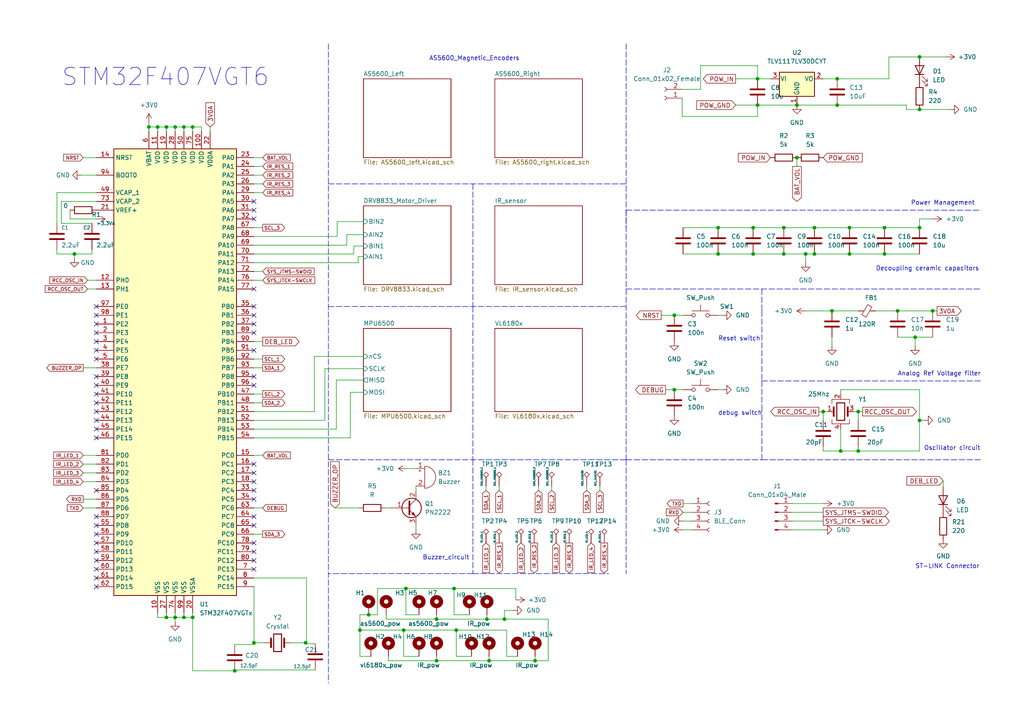
<source format=kicad_sch>
(kicad_sch (version 20211123) (generator eeschema)
  (paper "A4")
  (title_block (title "MUSHAK_PCB") (date "9 Aug 2022") (company "SRA-VJTI") (comment 1 "Designed by - Chinmay Lonkar"))
  (junction (at 126.619 179.578))
  (junction (at 266.7 16.51))
  (junction (at 68.072 194.564))
  (junction (at 55.88 36.83))
  (junction (at 195.58 113.03))
  (junction (at 132.334 182.753))
  (junction (at 73.66 186.436))
  (junction (at 117.094 182.753))
  (junction (at 219.71 30.48))
  (junction (at 242.824 22.86))
  (junction (at 260.35 90.17))
  (junction (at 265.43 97.79))
  (junction (at 266.7 31.75))
  (junction (at 218.44 73.66))
  (junction (at 208.28 73.66))
  (junction (at 106.934 178.308))
  (junction (at 48.26 179.07))
  (junction (at 117.729 170.688))
  (junction (at 246.38 66.04))
  (junction (at 218.44 66.04))
  (junction (at 231.14 30.48))
  (junction (at 241.3 90.17))
  (junction (at 246.38 73.66))
  (junction (at 242.824 30.48))
  (junction (at 50.8 36.83))
  (junction (at 219.71 22.86))
  (junction (at 55.88 179.07))
  (junction (at 50.8 179.07))
  (junction (at 236.22 66.04))
  (junction (at 231.14 45.72))
  (junction (at 243.84 130.81))
  (junction (at 146.304 179.578))
  (junction (at 270.51 90.17))
  (junction (at 131.699 170.688))
  (junction (at 236.22 73.66))
  (junction (at 266.7 121.92))
  (junction (at 248.92 130.81))
  (junction (at 227.33 73.66))
  (junction (at 208.28 66.04))
  (junction (at 256.54 73.66))
  (junction (at 88.646 186.436))
  (junction (at 48.26 36.83))
  (junction (at 227.33 66.04))
  (junction (at 141.859 191.643))
  (junction (at 126.619 191.643))
  (junction (at 104.394 182.753))
  (junction (at 256.54 66.04))
  (junction (at 21.59 73.66))
  (junction (at 53.34 179.07))
  (junction (at 141.224 179.578))
  (junction (at 238.76 119.38))
  (junction (at 43.18 36.83))
  (junction (at 233.68 73.66))
  (junction (at 248.92 119.38))
  (junction (at 195.58 91.44))
  (junction (at 155.194 191.643))
  (junction (at 53.34 36.83))
  (junction (at 266.7 66.04))
  (junction (at 45.72 36.83))
  (no_connect (at 73.66 88.9))
  (no_connect (at 73.66 91.44))
  (no_connect (at 73.66 93.98))
  (no_connect (at 73.66 96.52))
  (no_connect (at 73.66 101.6))
  (no_connect (at 73.66 58.42))
  (no_connect (at 73.66 60.96))
  (no_connect (at 73.66 63.5))
  (no_connect (at 73.66 83.82))
  (no_connect (at 73.66 109.22))
  (no_connect (at 73.66 111.76))
  (no_connect (at 73.66 149.86))
  (no_connect (at 73.66 152.4))
  (no_connect (at 73.66 134.62))
  (no_connect (at 73.66 137.16))
  (no_connect (at 73.66 139.7))
  (no_connect (at 73.66 142.24))
  (no_connect (at 73.66 144.78))
  (no_connect (at 73.66 157.48))
  (no_connect (at 73.66 160.02))
  (no_connect (at 73.66 162.56))
  (no_connect (at 73.66 165.1))
  (no_connect (at 27.94 99.06))
  (no_connect (at 27.94 101.6))
  (no_connect (at 27.94 104.14))
  (no_connect (at 27.94 88.9))
  (no_connect (at 27.94 91.44))
  (no_connect (at 27.94 93.98))
  (no_connect (at 27.94 96.52))
  (no_connect (at 27.94 142.24))
  (no_connect (at 27.94 109.22))
  (no_connect (at 27.94 111.76))
  (no_connect (at 27.94 114.3))
  (no_connect (at 27.94 116.84))
  (no_connect (at 27.94 119.38))
  (no_connect (at 27.94 121.92))
  (no_connect (at 27.94 124.46))
  (no_connect (at 27.94 127))
  (no_connect (at 27.94 149.86))
  (no_connect (at 27.94 152.4))
  (no_connect (at 27.94 154.94))
  (no_connect (at 27.94 157.48))
  (no_connect (at 27.94 160.02))
  (no_connect (at 27.94 162.56))
  (no_connect (at 27.94 165.1))
  (no_connect (at 27.94 167.64))
  (no_connect (at 27.94 170.18))
  (wire (pts (xy 155.194 191.643) (xy 155.194 190.373)))
  (wire (pts (xy 132.334 182.753) (xy 146.939 182.753)))
  (wire (pts (xy 266.7 130.81) (xy 248.92 130.81)))
  (wire (pts (xy 218.44 66.04) (xy 227.33 66.04)))
  (wire (pts (xy 219.71 33.782) (xy 219.71 30.48)))
  (wire (pts (xy 273.558 139.446) (xy 273.558 141.224)))
  (wire (pts (xy 198.12 153.67) (xy 200.66 153.67)))
  (polyline (pts (xy 95.25 88.9) (xy 181.61 88.9)))
  (wire (pts (xy 229.87 148.59) (xy 238.76 148.59)))
  (polyline (pts (xy 95.25 133.35) (xy 181.61 133.35)))
  (wire (pts (xy 43.18 35.56) (xy 43.18 36.83)))
  (wire (pts (xy 55.88 36.83) (xy 55.88 38.1)))
  (wire (pts (xy 53.34 36.83) (xy 53.34 38.1)))
  (wire (pts (xy 45.72 179.07) (xy 48.26 179.07)))
  (wire (pts (xy 24.13 144.78) (xy 27.94 144.78)))
  (wire (pts (xy 73.66 186.944) (xy 73.66 186.436)))
  (polyline (pts (xy 195.58 83.82) (xy 284.48 83.82)))
  (wire (pts (xy 106.934 178.308) (xy 109.474 178.308)))
  (polyline (pts (xy 181.61 133.35) (xy 220.98 133.35)))
  (wire (pts (xy 266.7 31.75) (xy 275.59 31.75)))
  (wire (pts (xy 73.66 53.34) (xy 76.2 53.34)))
  (wire (pts (xy 91.44 194.31) (xy 68.834 194.31)))
  (wire (pts (xy 50.8 177.8) (xy 50.8 179.07)))
  (wire (pts (xy 88.646 186.436) (xy 84.328 186.436)))
  (wire (pts (xy 213.36 30.48) (xy 219.71 30.48)))
  (wire (pts (xy 73.66 167.64) (xy 88.9 167.64)))
  (wire (pts (xy 73.66 116.84) (xy 76.2 116.84)))
  (wire (pts (xy 55.88 194.564) (xy 55.88 179.07)))
  (wire (pts (xy 262.89 31.75) (xy 266.7 31.75)))
  (wire (pts (xy 219.71 30.48) (xy 231.14 30.48)))
  (wire (pts (xy 256.54 73.66) (xy 266.7 73.66)))
  (wire (pts (xy 198.12 146.05) (xy 200.66 146.05)))
  (wire (pts (xy 43.18 36.83) (xy 43.18 38.1)))
  (wire (pts (xy 238.76 119.38) (xy 240.03 119.38)))
  (wire (pts (xy 238.76 119.38) (xy 238.76 121.92)))
  (wire (pts (xy 25.4 81.28) (xy 27.94 81.28)))
  (wire (pts (xy 159.004 191.643) (xy 155.194 191.643)))
  (wire (pts (xy 21.59 73.66) (xy 21.59 74.93)))
  (wire (pts (xy 248.92 119.38) (xy 250.19 119.38)))
  (wire (pts (xy 73.66 45.72) (xy 76.2 45.72)))
  (wire (pts (xy 17.78 58.42) (xy 17.78 64.77)))
  (wire (pts (xy 243.84 114.3) (xy 243.84 113.03)))
  (wire (pts (xy 117.729 170.688) (xy 131.699 170.688)))
  (wire (pts (xy 218.44 73.66) (xy 227.33 73.66)))
  (wire (pts (xy 243.84 124.46) (xy 243.84 130.81)))
  (wire (pts (xy 91.186 119.38) (xy 91.186 103.378)))
  (wire (pts (xy 73.66 186.436) (xy 76.708 186.436)))
  (wire (pts (xy 25.4 83.82) (xy 27.94 83.82)))
  (wire (pts (xy 104.394 190.373) (xy 104.394 182.753)))
  (wire (pts (xy 55.88 36.83) (xy 58.42 36.83)))
  (wire (pts (xy 197.866 28.448) (xy 197.866 33.782)))
  (wire (pts (xy 88.646 186.69) (xy 88.646 186.436)))
  (wire (pts (xy 58.42 36.83) (xy 58.42 38.1)))
  (wire (pts (xy 73.66 106.68) (xy 76.2 106.68)))
  (wire (pts (xy 53.34 177.8) (xy 53.34 179.07)))
  (wire (pts (xy 146.939 190.373) (xy 150.114 190.373)))
  (wire (pts (xy 233.68 90.17) (xy 241.3 90.17)))
  (wire (pts (xy 141.859 191.643) (xy 141.859 190.373)))
  (wire (pts (xy 241.3 97.79) (xy 241.3 100.33)))
  (wire (pts (xy 132.334 182.753) (xy 132.334 190.373)))
  (wire (pts (xy 73.66 48.26) (xy 76.2 48.26)))
  (wire (pts (xy 208.28 66.04) (xy 218.44 66.04)))
  (wire (pts (xy 173.99 140.97) (xy 173.99 142.24)))
  (wire (pts (xy 266.7 121.92) (xy 266.7 130.81)))
  (wire (pts (xy 73.66 154.94) (xy 76.2 154.94)))
  (wire (pts (xy 94.234 106.934) (xy 105.41 106.934)))
  (wire (pts (xy 68.834 194.31) (xy 68.834 194.564)))
  (wire (pts (xy 94.234 121.92) (xy 94.234 106.934)))
  (wire (pts (xy 203.2 25.908) (xy 203.2 19.05)))
  (wire (pts (xy 198.12 148.59) (xy 200.66 148.59)))
  (wire (pts (xy 107.569 190.373) (xy 104.394 190.373)))
  (wire (pts (xy 146.939 182.753) (xy 146.939 190.373)))
  (wire (pts (xy 231.14 45.72) (xy 231.14 48.26)))
  (wire (pts (xy 241.3 90.17) (xy 248.92 90.17)))
  (wire (pts (xy 266.7 113.03) (xy 266.7 121.92)))
  (wire (pts (xy 73.66 71.12) (xy 100.584 71.12)))
  (wire (pts (xy 141.859 191.643) (xy 155.194 191.643)))
  (wire (pts (xy 20.32 60.96) (xy 20.32 63.5)))
  (polyline (pts (xy 220.98 83.82) (xy 220.98 90.17)))
  (wire (pts (xy 24.13 137.16) (xy 27.94 137.16)))
  (wire (pts (xy 260.35 90.17) (xy 270.51 90.17)))
  (wire (pts (xy 262.89 30.48) (xy 262.89 31.75)))
  (wire (pts (xy 256.54 66.04) (xy 266.7 66.04)))
  (wire (pts (xy 48.26 36.83) (xy 48.26 38.1)))
  (wire (pts (xy 24.13 132.08) (xy 27.94 132.08)))
  (wire (pts (xy 88.9 186.436) (xy 88.646 186.436)))
  (wire (pts (xy 16.51 72.39) (xy 16.51 73.66)))
  (polyline (pts (xy 220.98 110.49) (xy 284.48 110.49)))
  (polyline (pts (xy 220.98 133.35) (xy 284.48 133.35)))
  (wire (pts (xy 101.6 113.792) (xy 105.41 113.792)))
  (wire (pts (xy 257.81 22.86) (xy 257.81 16.51)))
  (wire (pts (xy 195.58 113.03) (xy 198.12 113.03)))
  (wire (pts (xy 141.224 179.578) (xy 146.304 179.578)))
  (wire (pts (xy 149.606 170.688) (xy 149.606 173.99)))
  (wire (pts (xy 213.36 22.86) (xy 219.71 22.86)))
  (wire (pts (xy 266.7 121.92) (xy 267.97 121.92)))
  (wire (pts (xy 73.66 78.74) (xy 76.2 78.74)))
  (wire (pts (xy 141.224 179.578) (xy 141.224 178.308)))
  (wire (pts (xy 208.28 113.03) (xy 209.55 113.03)))
  (wire (pts (xy 126.619 179.578) (xy 126.619 178.308)))
  (wire (pts (xy 131.699 170.688) (xy 149.606 170.688)))
  (wire (pts (xy 243.84 113.03) (xy 266.7 113.03)))
  (wire (pts (xy 117.729 178.308) (xy 117.729 170.688)))
  (wire (pts (xy 73.66 121.92) (xy 94.234 121.92)))
  (wire (pts (xy 73.66 132.08) (xy 76.2 132.08)))
  (wire (pts (xy 104.394 178.308) (xy 104.394 182.753)))
  (wire (pts (xy 146.304 179.578) (xy 159.004 179.578)))
  (wire (pts (xy 227.33 73.66) (xy 233.68 73.66)))
  (wire (pts (xy 103.886 76.2) (xy 103.886 74.422)))
  (wire (pts (xy 109.474 178.308) (xy 109.474 170.688)))
  (wire (pts (xy 16.51 73.66) (xy 21.59 73.66)))
  (polyline (pts (xy 220.98 133.35) (xy 220.98 118.11)))
  (wire (pts (xy 140.97 140.97) (xy 140.97 142.24)))
  (wire (pts (xy 246.38 66.04) (xy 256.54 66.04)))
  (wire (pts (xy 53.34 179.07) (xy 55.88 179.07)))
  (wire (pts (xy 24.13 45.72) (xy 27.94 45.72)))
  (polyline (pts (xy 181.61 83.82) (xy 195.58 83.82)))
  (wire (pts (xy 16.51 55.88) (xy 27.94 55.88)))
  (wire (pts (xy 73.66 114.3) (xy 76.2 114.3)))
  (wire (pts (xy 17.78 64.77) (xy 26.67 64.77)))
  (wire (pts (xy 20.32 63.5) (xy 27.94 63.5)))
  (wire (pts (xy 73.66 68.58) (xy 97.79 68.58)))
  (wire (pts (xy 106.934 178.308) (xy 104.394 178.308)))
  (wire (pts (xy 126.619 179.578) (xy 141.224 179.578)))
  (wire (pts (xy 103.886 74.422) (xy 105.41 74.422)))
  (wire (pts (xy 50.8 36.83) (xy 53.34 36.83)))
  (wire (pts (xy 73.66 104.14) (xy 76.2 104.14)))
  (wire (pts (xy 91.186 103.378) (xy 105.41 103.378)))
  (wire (pts (xy 68.072 186.944) (xy 73.66 186.944)))
  (wire (pts (xy 55.88 179.07) (xy 55.88 177.8)))
  (wire (pts (xy 118.11 135.89) (xy 120.65 135.89)))
  (wire (pts (xy 50.8 179.07) (xy 53.34 179.07)))
  (wire (pts (xy 97.79 68.58) (xy 97.79 64.262)))
  (wire (pts (xy 248.92 130.81) (xy 248.92 129.54)))
  (polyline (pts (xy 181.61 60.96) (xy 284.48 60.96)))
  (wire (pts (xy 73.66 124.46) (xy 97.536 124.46)))
  (wire (pts (xy 266.7 16.51) (xy 274.32 16.51)))
  (wire (pts (xy 270.51 90.17) (xy 271.78 90.17)))
  (wire (pts (xy 24.13 147.32) (xy 27.94 147.32)))
  (wire (pts (xy 265.43 97.79) (xy 270.51 97.79)))
  (wire (pts (xy 97.536 110.236) (xy 105.41 110.236)))
  (wire (pts (xy 159.004 179.578) (xy 159.004 191.643)))
  (wire (pts (xy 102.616 71.374) (xy 105.41 71.374)))
  (wire (pts (xy 219.71 19.05) (xy 219.71 22.86)))
  (wire (pts (xy 197.866 33.782) (xy 219.71 33.782)))
  (wire (pts (xy 100.584 68.072) (xy 105.41 68.072)))
  (wire (pts (xy 16.51 55.88) (xy 16.51 64.77)))
  (wire (pts (xy 136.779 190.373) (xy 132.334 190.373)))
  (wire (pts (xy 73.66 73.66) (xy 102.616 73.66)))
  (wire (pts (xy 26.67 73.66) (xy 26.67 72.39)))
  (wire (pts (xy 23.622 50.8) (xy 27.94 50.8)))
  (wire (pts (xy 237.49 119.38) (xy 238.76 119.38)))
  (wire (pts (xy 238.76 130.81) (xy 243.84 130.81)))
  (polyline (pts (xy 181.61 83.82) (xy 181.61 133.35)))
  (wire (pts (xy 112.649 191.643) (xy 126.619 191.643)))
  (wire (pts (xy 242.824 22.86) (xy 257.81 22.86)))
  (wire (pts (xy 50.8 36.83) (xy 50.8 38.1)))
  (wire (pts (xy 73.66 50.8) (xy 76.2 50.8)))
  (wire (pts (xy 100.584 71.12) (xy 100.584 68.072)))
  (wire (pts (xy 126.619 191.643) (xy 126.619 190.373)))
  (wire (pts (xy 248.92 119.38) (xy 248.92 121.92)))
  (wire (pts (xy 203.2 19.05) (xy 219.71 19.05)))
  (wire (pts (xy 45.72 177.8) (xy 45.72 179.07)))
  (wire (pts (xy 266.7 63.5) (xy 266.7 66.04)))
  (wire (pts (xy 170.18 140.97) (xy 170.18 142.24)))
  (wire (pts (xy 48.26 177.8) (xy 48.26 179.07)))
  (wire (pts (xy 68.072 194.564) (xy 55.88 194.564)))
  (polyline (pts (xy 137.16 166.37) (xy 95.25 166.37)))
  (wire (pts (xy 112.014 178.308) (xy 112.014 179.578)))
  (wire (pts (xy 73.66 55.88) (xy 76.2 55.88)))
  (wire (pts (xy 112.649 190.373) (xy 112.649 191.643)))
  (polyline (pts (xy 137.16 88.9) (xy 137.16 133.35)))
  (wire (pts (xy 198.12 73.66) (xy 208.28 73.66)))
  (wire (pts (xy 109.474 170.688) (xy 117.729 170.688)))
  (wire (pts (xy 229.87 151.13) (xy 238.76 151.13)))
  (wire (pts (xy 73.66 99.06) (xy 76.2 99.06)))
  (polyline (pts (xy 181.61 12.7) (xy 181.61 66.04)))
  (wire (pts (xy 121.539 178.308) (xy 117.729 178.308)))
  (wire (pts (xy 148.844 177.038) (xy 146.304 177.038)))
  (wire (pts (xy 197.866 25.908) (xy 203.2 25.908)))
  (polyline (pts (xy 137.16 53.34) (xy 137.16 88.9)))
  (wire (pts (xy 260.35 97.79) (xy 265.43 97.79)))
  (wire (pts (xy 60.96 36.83) (xy 60.96 38.1)))
  (wire (pts (xy 101.6 127) (xy 101.6 113.792)))
  (wire (pts (xy 48.26 36.83) (xy 50.8 36.83)))
  (polyline (pts (xy 181.61 60.96) (xy 181.61 83.82)))
  (wire (pts (xy 97.536 124.46) (xy 97.536 110.236)))
  (wire (pts (xy 219.71 22.86) (xy 223.52 22.86)))
  (wire (pts (xy 231.14 30.48) (xy 242.824 30.48)))
  (wire (pts (xy 73.66 147.32) (xy 76.2 147.32)))
  (wire (pts (xy 43.18 36.83) (xy 45.72 36.83)))
  (wire (pts (xy 97.79 64.262) (xy 105.41 64.262)))
  (wire (pts (xy 247.65 119.38) (xy 248.92 119.38)))
  (wire (pts (xy 45.72 36.83) (xy 48.26 36.83)))
  (wire (pts (xy 208.28 91.44) (xy 209.55 91.44)))
  (wire (pts (xy 111.76 147.32) (xy 113.03 147.32)))
  (wire (pts (xy 243.84 130.81) (xy 248.92 130.81)))
  (wire (pts (xy 229.87 146.05) (xy 238.76 146.05)))
  (wire (pts (xy 265.43 97.79) (xy 265.43 100.33)))
  (wire (pts (xy 126.619 191.643) (xy 141.859 191.643)))
  (wire (pts (xy 68.834 194.564) (xy 68.072 194.564)))
  (wire (pts (xy 50.8 179.07) (xy 50.8 180.34)))
  (polyline (pts (xy 181.61 133.35) (xy 181.61 166.37)))
  (wire (pts (xy 112.014 179.578) (xy 126.619 179.578)))
  (wire (pts (xy 229.87 153.67) (xy 238.76 153.67)))
  (wire (pts (xy 131.699 178.308) (xy 136.144 178.308)))
  (polyline (pts (xy 220.98 110.49) (xy 220.98 118.11)))
  (polyline (pts (xy 137.16 133.35) (xy 137.16 166.37)))
  (polyline (pts (xy 220.98 90.17) (xy 220.98 110.49)))
  (wire (pts (xy 193.04 113.03) (xy 195.58 113.03)))
  (wire (pts (xy 21.59 73.66) (xy 26.67 73.66)))
  (wire (pts (xy 48.26 179.07) (xy 50.8 179.07)))
  (wire (pts (xy 195.58 91.44) (xy 198.12 91.44)))
  (wire (pts (xy 120.65 152.4) (xy 120.65 153.67)))
  (wire (pts (xy 270.51 63.5) (xy 266.7 63.5)))
  (wire (pts (xy 73.66 119.38) (xy 91.186 119.38)))
  (wire (pts (xy 191.77 91.44) (xy 195.58 91.44)))
  (wire (pts (xy 238.76 22.86) (xy 242.824 22.86)))
  (wire (pts (xy 17.78 58.42) (xy 27.94 58.42)))
  (wire (pts (xy 198.12 151.13) (xy 200.66 151.13)))
  (wire (pts (xy 246.38 73.66) (xy 256.54 73.66)))
  (wire (pts (xy 91.44 186.69) (xy 88.646 186.69)))
  (wire (pts (xy 208.28 73.66) (xy 218.44 73.66)))
  (wire (pts (xy 156.21 140.97) (xy 156.21 142.24)))
  (wire (pts (xy 24.13 106.68) (xy 27.94 106.68)))
  (polyline (pts (xy 95.25 12.7) (xy 95.25 198.12)))
  (wire (pts (xy 144.78 140.97) (xy 144.78 142.24)))
  (wire (pts (xy 120.65 140.97) (xy 120.65 142.24)))
  (wire (pts (xy 73.66 127) (xy 101.6 127)))
  (wire (pts (xy 73.66 170.18) (xy 73.66 186.436)))
  (wire (pts (xy 233.68 73.66) (xy 233.68 76.2)))
  (wire (pts (xy 236.22 66.04) (xy 246.38 66.04)))
  (wire (pts (xy 73.66 66.04) (xy 76.2 66.04)))
  (wire (pts (xy 160.02 140.97) (xy 160.02 142.24)))
  (wire (pts (xy 104.394 182.753) (xy 117.094 182.753)))
  (wire (pts (xy 53.34 36.83) (xy 55.88 36.83)))
  (wire (pts (xy 242.824 30.48) (xy 262.89 30.48)))
  (wire (pts (xy 238.76 129.54) (xy 238.76 130.81)))
  (polyline (pts (xy 95.25 53.34) (xy 181.61 53.34)))
  (wire (pts (xy 102.616 73.66) (xy 102.616 71.374)))
  (wire (pts (xy 24.13 134.62) (xy 27.94 134.62)))
  (wire (pts (xy 117.094 190.373) (xy 117.094 182.753)))
  (wire (pts (xy 97.155 147.32) (xy 104.14 147.32)))
  (wire (pts (xy 117.094 182.753) (xy 132.334 182.753)))
  (wire (pts (xy 227.33 66.04) (xy 236.22 66.04)))
  (wire (pts (xy 88.9 167.64) (xy 88.9 186.436)))
  (wire (pts (xy 257.81 16.51) (xy 266.7 16.51)))
  (wire (pts (xy 233.68 73.66) (xy 236.22 73.66)))
  (polyline (pts (xy 137.16 166.37) (xy 176.53 166.37)))
  (wire (pts (xy 121.539 190.373) (xy 117.094 190.373)))
  (wire (pts (xy 73.66 76.2) (xy 103.886 76.2)))
  (wire (pts (xy 45.72 36.83) (xy 45.72 38.1)))
  (wire (pts (xy 24.13 139.7) (xy 27.94 139.7)))
  (wire (pts (xy 73.66 81.28) (xy 76.2 81.28)))
  (wire (pts (xy 146.304 177.038) (xy 146.304 179.578)))
  (wire (pts (xy 131.699 170.688) (xy 131.699 178.308)))
  (wire (pts (xy 198.12 66.04) (xy 208.28 66.04)))
  (wire (pts (xy 236.22 73.66) (xy 246.38 73.66)))
  (wire (pts (xy 254 90.17) (xy 260.35 90.17)))
  (text "Power Management\n" (at 264.16 59.69 0) (effects (font (size 1.27 1.27)) (justify left bottom)))
  (text "debug switch" (at 208.28 120.65 0) (effects (font (size 1.27 1.27)) (justify left bottom)))
  (text "Decoupling ceramic capacitors\n" (at 254 78.74 0) (effects (font (size 1.27 1.27)) (justify left bottom)))
  (text "ST-LINK Connector\n" (at 265.43 165.1 0) (effects (font (size 1.27 1.27)) (justify left bottom)))
  (text "Analog Ref Voltage filter\n" (at 260.35 109.22 0) (effects (font (size 1.27 1.27)) (justify left bottom)))
  (text "Buzzer_circuit" (at 122.555 162.56 0) (effects (font (size 1.27 1.27)) (justify left bottom)))
  (text "Reset switch\n" (at 208.28 99.06 0) (effects (font (size 1.27 1.27)) (justify left bottom)))
  (text "AS5600_Magnetic_Encoders\n" (at 124.46 17.78 0) (effects (font (size 1.27 1.27)) (justify left bottom)))
  (text "STM32F407VGT6" (at 17.78 25.4 0) (effects (font (size 5 5)) (justify left bottom)))
  (text "Oscillator circuit\n" (at 267.97 130.81 0) (effects (font (size 1.27 1.27)) (justify left bottom)))
  (global_label "SYS_JTCK-SWCLK" (shape output) (at 238.76 151.13 0) (property "Intersheet References" "${INTERSHEET_REFS}" (effects hide)))
  (global_label "SDA_2" (shape input) (at 156.21 142.24 270) (effects (font (size 1 1))) (property "Intersheet References" "${INTERSHEET_REFS}" (effects hide)))
  (global_label "SCL_2" (shape output) (at 76.2 114.3 0) (effects (font (size 1 1))) (property "Intersheet References" "${INTERSHEET_REFS}" (effects hide)))
  (global_label "SCL_3" (shape input) (at 173.99 142.24 270) (effects (font (size 1 1))) (property "Intersheet References" "${INTERSHEET_REFS}" (effects hide)))
  (global_label "SCL_3" (shape output) (at 76.2 66.04 0) (effects (font (size 1 1))) (property "Intersheet References" "${INTERSHEET_REFS}" (effects hide)))
  (global_label "IR_LED_2" (shape input) (at 24.13 134.62 180) (effects (font (size 1 1))) (property "Intersheet References" "${INTERSHEET_REFS}" (effects hide)))
  (global_label "TXD" (shape input) (at 24.13 147.32 180) (effects (font (size 1 1))) (property "Intersheet References" "${INTERSHEET_REFS}" (effects hide)))
  (global_label "RCC_OSC_IN" (shape input) (at 25.4 81.28 180) (effects (font (size 1 1))) (property "Intersheet References" "${INTERSHEET_REFS}" (effects hide)))
  (global_label "RXD" (shape output) (at 24.13 144.78 180) (effects (font (size 1 1))) (property "Intersheet References" "${INTERSHEET_REFS}" (effects hide)))
  (global_label "DEBUG" (shape output) (at 193.04 113.03 180) (property "Intersheet References" "${INTERSHEET_REFS}" (effects hide)))
  (global_label "POW_IN" (shape input) (at 223.52 45.72 180) (property "Intersheet References" "${INTERSHEET_REFS}" (effects hide)))
  (global_label "RCC_OSC_OUT" (shape input) (at 25.4 83.82 180) (effects (font (size 1 1))) (property "Intersheet References" "${INTERSHEET_REFS}" (effects hide)))
  (global_label "SDA_3" (shape input) (at 170.18 142.24 270) (effects (font (size 1 1))) (property "Intersheet References" "${INTERSHEET_REFS}" (effects hide)))
  (global_label "RXD" (shape input) (at 198.12 148.59 180) (effects (font (size 1 1))) (property "Intersheet References" "${INTERSHEET_REFS}" (effects hide)))
  (global_label "RCC_OSC_IN" (shape output) (at 237.49 119.38 180) (property "Intersheet References" "${INTERSHEET_REFS}" (effects hide)))
  (global_label "SCL_1" (shape input) (at 144.78 142.24 270) (effects (font (size 1 1))) (property "Intersheet References" "${INTERSHEET_REFS}" (effects hide)))
  (global_label "SCL_1" (shape output) (at 76.2 104.14 0) (effects (font (size 1 1))) (property "Intersheet References" "${INTERSHEET_REFS}" (effects hide)))
  (global_label "SDA_1" (shape output) (at 76.2 106.68 0) (effects (font (size 1 1))) (property "Intersheet References" "${INTERSHEET_REFS}" (effects hide)))
  (global_label "BAT_VOL" (shape input) (at 76.2 45.72 0) (effects (font (size 1 1))) (property "Intersheet References" "${INTERSHEET_REFS}" (effects hide)))
  (global_label "NRST" (shape output) (at 191.77 91.44 180) (property "Intersheet References" "${INTERSHEET_REFS}" (effects hide)))
  (global_label "IR_LED_4" (shape input) (at 24.13 139.7 180) (effects (font (size 1 1))) (property "Intersheet References" "${INTERSHEET_REFS}" (effects hide)))
  (global_label "IR_LED_2" (shape input) (at 151.13 157.48 270) (effects (font (size 1 1))) (property "Intersheet References" "${INTERSHEET_REFS}" (effects hide)))
  (global_label "SCL_2" (shape input) (at 160.02 142.24 270) (effects (font (size 1 1))) (property "Intersheet References" "${INTERSHEET_REFS}" (effects hide)))
  (global_label "BUZZER_OP" (shape input) (at 97.155 147.32 90) (property "Intersheet References" "${INTERSHEET_REFS}" (effects hide)))
  (global_label "SDA_2" (shape output) (at 76.2 116.84 0) (effects (font (size 1 1))) (property "Intersheet References" "${INTERSHEET_REFS}" (effects hide)))
  (global_label "POW_GND" (shape input) (at 238.76 45.72 0) (property "Intersheet References" "${INTERSHEET_REFS}" (effects hide)))
  (global_label "POW_IN" (shape output) (at 213.36 22.86 180) (property "Intersheet References" "${INTERSHEET_REFS}" (effects hide)))
  (global_label "IR_LED_3" (shape input) (at 161.29 157.48 270) (effects (font (size 1 1))) (property "Intersheet References" "${INTERSHEET_REFS}" (effects hide)))
  (global_label "IR_RES_3" (shape input) (at 76.2 53.34 0) (effects (font (size 1 1))) (property "Intersheet References" "${INTERSHEET_REFS}" (effects hide)))
  (global_label "BAT_VOL" (shape output) (at 231.14 48.26 270) (property "Intersheet References" "${INTERSHEET_REFS}" (effects hide)))
  (global_label "RCC_OSC_OUT" (shape output) (at 250.19 119.38 0) (property "Intersheet References" "${INTERSHEET_REFS}" (effects hide)))
  (global_label "BUZZER_OP" (shape output) (at 24.13 106.68 180) (effects (font (size 1 1))) (property "Intersheet References" "${INTERSHEET_REFS}" (effects hide)))
  (global_label "3V0A" (shape input) (at 60.96 36.83 90) (property "Intersheet References" "${INTERSHEET_REFS}" (effects hide)))
  (global_label "SYS_JTMS-SWDIO" (shape input) (at 76.2 78.74 0) (effects (font (size 1 1))) (property "Intersheet References" "${INTERSHEET_REFS}" (effects hide)))
  (global_label "IR_LED_4" (shape input) (at 171.45 157.48 270) (effects (font (size 1 1))) (property "Intersheet References" "${INTERSHEET_REFS}" (effects hide)))
  (global_label "IR_LED_3" (shape input) (at 24.13 137.16 180) (effects (font (size 1 1))) (property "Intersheet References" "${INTERSHEET_REFS}" (effects hide)))
  (global_label "SYS_JTCK-SWCLK" (shape input) (at 76.2 81.28 0) (effects (font (size 1 1))) (property "Intersheet References" "${INTERSHEET_REFS}" (effects hide)))
  (global_label "IR_RES_2" (shape input) (at 76.2 50.8 0) (effects (font (size 1 1))) (property "Intersheet References" "${INTERSHEET_REFS}" (effects hide)))
  (global_label "IR_RES_2" (shape output) (at 154.94 157.48 270) (effects (font (size 1 1))) (property "Intersheet References" "${INTERSHEET_REFS}" (effects hide)))
  (global_label "IR_RES_3" (shape output) (at 165.1 157.48 270) (effects (font (size 1 1))) (property "Intersheet References" "${INTERSHEET_REFS}" (effects hide)))
  (global_label "TXD" (shape output) (at 198.12 146.05 180) (effects (font (size 1 1))) (property "Intersheet References" "${INTERSHEET_REFS}" (effects hide)))
  (global_label "IR_RES_1" (shape output) (at 144.78 157.48 270) (effects (font (size 1 1))) (property "Intersheet References" "${INTERSHEET_REFS}" (effects hide)))
  (global_label "SDA_1" (shape input) (at 140.97 142.24 270) (effects (font (size 1 1))) (property "Intersheet References" "${INTERSHEET_REFS}" (effects hide)))
  (global_label "DEB_LED" (shape output) (at 76.2 99.06 0) (property "Intersheet References" "${INTERSHEET_REFS}" (effects hide)))
  (global_label "IR_LED_1" (shape input) (at 140.97 157.48 270) (effects (font (size 1 1))) (property "Intersheet References" "${INTERSHEET_REFS}" (effects hide)))
  (global_label "NRST" (shape input) (at 24.13 45.72 180) (effects (font (size 1 1))) (property "Intersheet References" "${INTERSHEET_REFS}" (effects hide)))
  (global_label "POW_GND" (shape input) (at 213.36 30.48 180) (property "Intersheet References" "${INTERSHEET_REFS}" (effects hide)))
  (global_label "IR_RES_1" (shape input) (at 76.2 48.26 0) (effects (font (size 1 1))) (property "Intersheet References" "${INTERSHEET_REFS}" (effects hide)))
  (global_label "SDA_3" (shape output) (at 76.2 154.94 0) (effects (font (size 1 1))) (property "Intersheet References" "${INTERSHEET_REFS}" (effects hide)))
  (global_label "IR_RES_4" (shape input) (at 76.2 55.88 0) (effects (font (size 1 1))) (property "Intersheet References" "${INTERSHEET_REFS}" (effects hide)))
  (global_label "DEBUG" (shape input) (at 76.2 147.32 0) (effects (font (size 1 1))) (property "Intersheet References" "${INTERSHEET_REFS}" (effects hide)))
  (global_label "IR_RES_4" (shape output) (at 175.26 157.48 270) (effects (font (size 1 1))) (property "Intersheet References" "${INTERSHEET_REFS}" (effects hide)))
  (global_label "SYS_JTMS-SWDIO" (shape output) (at 238.76 148.59 0) (property "Intersheet References" "${INTERSHEET_REFS}" (effects hide)))
  (global_label "BAT_VOL" (shape input) (at 76.2 132.08 0) (effects (font (size 1 1))) (property "Intersheet References" "${INTERSHEET_REFS}" (effects hide)))
  (global_label "IR_LED_1" (shape input) (at 24.13 132.08 180) (effects (font (size 1 1))) (property "Intersheet References" "${INTERSHEET_REFS}" (effects hide)))
  (global_label "3V0A" (shape output) (at 271.78 90.17 0) (property "Intersheet References" "${INTERSHEET_REFS}" (effects hide)))
  (global_label "DEB_LED" (shape input) (at 273.558 139.446 180) (property "Intersheet References" "${INTERSHEET_REFS}" (effects hide)))
  (symbol (lib_id "Mechanical:MountingHole_Pad") (at 136.144 175.768 0) (unit 1)
    (property "Reference" "H9" (at 132.334 172.593 0) (effects (justify left)))
    (property "Value" "IR_pow" (at 135.509 180.848 0) (effects (justify left)))
  )
  (symbol (lib_id "Device:Q_NPN_BCE") (at 118.11 147.32 0) (unit 1)
    (property "Reference" "Q1" (at 123.19 146.0499 0) (effects (justify left)))
    (property "Value" "PN2222" (at 123.19 148.5899 0) (effects (justify left)))
  )
  (symbol (lib_id "Mechanical:MountingHole_Pad") (at 107.569 187.833 0) (unit 1)
    (property "Reference" "H2" (at 108.839 184.658 0) (effects (justify left)))
    (property "Value" "vl6180x_pow" (at 104.394 192.913 0) (effects (justify left)))
  )
  (symbol (lib_id "power:+3V0") (at 43.18 35.56 0) (unit 1)
    (property "Reference" "#PWR03" (effects hide))
    (property "Value" "+3V0" (at 43.18 30.48 0))
  )
  (symbol (lib_id "Switch:SW_Push") (at 203.2 113.03 0) (unit 1)
    (property "Reference" "SW2" (at 203.2 105.41 0))
    (property "Value" "SW_Push" (at 203.2 107.95 0))
  )
  (symbol (lib_id "Device:C") (at 236.22 69.85 0) (unit 1)
    (property "Reference" "C10" (at 240.03 68.5799 0) (effects (justify left)))
    (property "Value" "100n" (at 240.03 71.1199 0) (effects (justify left)))
  )
  (symbol (lib_id "power:GND") (at 238.76 153.67 90) (unit 1)
    (property "Reference" "#PWR04" (effects hide))
    (property "Value" "GND" (at 242.57 153.6699 90) (effects (justify right)))
  )
  (symbol (lib_id "power:GND") (at 241.3 100.33 0) (unit 1)
    (property "Reference" "#PWR0105" (effects hide))
    (property "Value" "GND" (at 241.3 105.41 0))
  )
  (symbol (lib_id "Mechanical:MountingHole_Pad") (at 121.539 187.833 0) (unit 1)
    (property "Reference" "H6" (at 117.729 184.658 0) (effects (justify left)))
    (property "Value" "IR_pow" (at 120.904 192.913 0) (effects (justify left)))
  )
  (symbol (lib_id "Device:C") (at 219.71 26.67 0) (unit 1)
    (property "Reference" "C8" (at 223.52 25.3999 0) (effects (justify left)))
    (property "Value" "10u" (at 223.52 27.9399 0) (effects (justify left)))
  )
  (symbol (lib_id "Device:R") (at 234.95 45.72 90) (unit 1)
    (property "Reference" "R3" (at 234.95 39.37 90))
    (property "Value" "5k" (at 234.95 41.91 90))
  )
  (symbol (lib_id "Connector:TestPoint_Alt") (at 144.78 157.48 0) (unit 1)
    (property "Reference" "TP4" (at 143.51 151.13 0) (effects (justify left)))
    (property "Value" "IR_RES_1" (at 143.51 157.48 90) (effects (font (size 0.5 0.5)) (justify left)))
    (property "Footprint" "TestPoint:TestPoint_Keystone_5019_Minature" (effects hide))
  )
  (symbol (lib_id "power:GND") (at 275.59 31.75 90) (unit 1)
    (property "Reference" "#PWR0102" (effects hide))
    (property "Value" "GND" (at 279.4 31.7499 90) (effects (justify right)))
  )
  (symbol (lib_id "Connector:TestPoint_Alt") (at 154.94 157.48 0) (unit 1)
    (property "Reference" "TP6" (at 153.67 151.13 0) (effects (justify left)))
    (property "Value" "IR_RES_2" (at 153.67 157.48 90) (effects (font (size 0.5 0.5)) (justify left)))
    (property "Footprint" "TestPoint:TestPoint_Keystone_5019_Minature" (effects hide))
  )
  (symbol (lib_id "Mechanical:MountingHole_Pad") (at 121.539 175.768 0) (unit 1)
    (property "Reference" "H5" (at 118.364 171.958 0) (effects (justify left)))
    (property "Value" "as5600_pow" (at 118.364 180.848 0) (effects (justify left)))
  )
  (symbol (lib_id "Mechanical:MountingHole_Pad") (at 126.619 175.768 0) (unit 1)
    (property "Reference" "H7" (at 124.079 171.958 0) (effects (justify left)))
    (property "Value" "as5600_pow" (at 118.364 180.848 0) (effects (justify left)))
  )
  (symbol (lib_id "power:GND") (at 195.58 120.65 0) (unit 1)
    (property "Reference" "#PWR0110" (effects hide))
    (property "Value" "GND" (at 195.58 125.73 0))
  )
  (symbol (lib_id "Device:C") (at 68.072 190.754 0) (unit 1)
    (property "Reference" "C20" (at 71.12 190.1189 0) (effects (justify left)))
    (property "Value" "12.5pF" (at 69.596 193.04 0) (effects (font (size 1 1)) (justify left)))
  )
  (symbol (lib_id "Device:C") (at 218.44 69.85 0) (unit 1)
    (property "Reference" "C7" (at 222.25 68.5799 0) (effects (justify left)))
    (property "Value" "100n" (at 222.25 71.1199 0) (effects (justify left)))
  )
  (symbol (lib_id "Device:C") (at 260.35 93.98 0) (unit 1)
    (property "Reference" "C17" (at 264.16 92.7099 0) (effects (justify left)))
    (property "Value" "10n" (at 264.16 95.2499 0) (effects (justify left)))
  )
  (symbol (lib_id "power:GND") (at 209.55 113.03 90) (unit 1)
    (property "Reference" "#PWR0111" (effects hide))
    (property "Value" "GND" (at 213.36 113.0299 90) (effects (justify right)))
  )
  (symbol (lib_id "Connector:TestPoint_Alt") (at 144.78 140.97 0) (unit 1)
    (property "Reference" "TP3" (at 143.51 134.62 0) (effects (justify left)))
    (property "Value" "SCL_AS5600_1" (at 143.51 140.97 90) (effects (font (size 0.5 0.5)) (justify left)))
    (property "Footprint" "TestPoint:TestPoint_Keystone_5019_Minature" (effects hide))
  )
  (symbol (lib_id "Device:C") (at 248.92 125.73 0) (unit 1)
    (property "Reference" "C15" (at 252.73 124.4599 0) (effects (justify left)))
    (property "Value" "20pF" (at 251.46 128.27 0) (effects (justify left)))
  )
  (symbol (lib_id "Device:C") (at 227.33 69.85 0) (unit 1)
    (property "Reference" "C9" (at 231.14 68.5799 0) (effects (justify left)))
    (property "Value" "100n" (at 231.14 71.1199 0) (effects (justify left)))
  )
  (symbol (lib_id "Connector:TestPoint_Alt") (at 173.99 140.97 0) (unit 1)
    (property "Reference" "TP13" (at 172.72 134.62 0) (effects (justify left)))
    (property "Value" "SCL_VL6180" (at 172.72 140.97 90) (effects (font (size 0.5 0.5)) (justify left)))
    (property "Footprint" "TestPoint:TestPoint_Keystone_5019_Minature" (effects hide))
  )
  (symbol (lib_id "Device:C") (at 208.28 69.85 0) (unit 1)
    (property "Reference" "C6" (at 212.09 68.5799 0) (effects (justify left)))
    (property "Value" "100n" (at 212.09 71.1199 0) (effects (justify left)))
  )
  (symbol (lib_id "Device:LED") (at 273.558 145.034 90) (unit 1)
    (property "Reference" "D6" (at 277.368 145.3514 90) (effects (justify right)))
    (property "Value" "LED" (at 277.368 147.8914 90) (effects (justify right)))
  )
  (symbol (lib_id "power:GND") (at 209.55 91.44 90) (unit 1)
    (property "Reference" "#PWR0109" (effects hide))
    (property "Value" "GND" (at 213.36 91.4399 90) (effects (justify right)))
  )
  (symbol (lib_id "Device:R") (at 266.7 27.94 0) (unit 1)
    (property "Reference" "R4" (at 269.24 26.6699 0) (effects (justify left)))
    (property "Value" "220" (at 269.24 29.2099 0) (effects (justify left)))
  )
  (symbol (lib_id "Device:C") (at 16.51 68.58 0) (unit 1)
    (property "Reference" "C1" (at 17.78 66.04 0) (effects (font (size 1 1)) (justify left)))
    (property "Value" "2.2uF" (at 17.78 71.12 0) (effects (justify left)))
  )
  (symbol (lib_id "Device:C") (at 246.38 69.85 0) (unit 1)
    (property "Reference" "C14" (at 250.19 68.5799 0) (effects (justify left)))
    (property "Value" "100n" (at 250.19 71.1199 0) (effects (justify left)))
  )
  (symbol (lib_id "Device:C") (at 241.3 93.98 0) (unit 1)
    (property "Reference" "C12" (at 245.11 92.7099 0) (effects (justify left)))
    (property "Value" "1u" (at 245.11 95.2499 0) (effects (justify left)))
  )
  (symbol (lib_id "power:GND") (at 23.622 50.8 270) (unit 1)
    (property "Reference" "#PWR06" (effects hide))
    (property "Value" "GND" (at 20.32 50.7999 90) (effects (justify right)))
  )
  (symbol (lib_id "Connector:TestPoint_Alt") (at 175.26 157.48 0) (unit 1)
    (property "Reference" "TP14" (at 173.99 151.13 0) (effects (justify left)))
    (property "Value" "IR_RES_4" (at 173.99 157.48 90) (effects (font (size 0.5 0.5)) (justify left)))
    (property "Footprint" "TestPoint:TestPoint_Keystone_5019_Minature" (effects hide))
  )
  (symbol (lib_id "power:GND") (at 120.65 153.67 0) (unit 1)
    (property "Reference" "#PWR08" (effects hide))
    (property "Value" "GND" (at 120.65 158.75 0))
  )
  (symbol (lib_id "Device:C") (at 91.44 190.5 0) (unit 1)
    (property "Reference" "C21" (at 88.392 188.468 0) (effects (justify left)))
    (property "Value" "12.5pF" (at 85.09 193.294 0) (effects (font (size 1 1)) (justify left)))
  )
  (symbol (lib_id "Connector:Conn_01x04_Male") (at 224.79 148.59 0) (unit 1)
    (property "Reference" "J1" (at 225.425 140.97 0))
    (property "Value" "Conn_01x04_Male" (at 225.425 143.51 0))
  )
  (symbol (lib_id "Device:Crystal_GND24") (at 243.84 119.38 0) (unit 1)
    (property "Reference" "Y1" (at 250.19 115.7986 0))
    (property "Value" "25Mhz" (at 237.49 114.3 0))
  )
  (symbol (lib_id "Device:Buzzer") (at 123.19 138.43 0) (unit 1)
    (property "Reference" "BZ1" (at 127 137.1599 0) (effects (justify left)))
    (property "Value" "Buzzer" (at 127 139.6999 0) (effects (justify left)))
  )
  (symbol (lib_id "power:GND") (at 231.14 30.48 0) (unit 1)
    (property "Reference" "#PWR0113" (effects hide))
    (property "Value" "GND" (at 231.14 35.56 0))
  )
  (symbol (lib_id "power:GND") (at 148.844 177.038 90) (unit 1)
    (property "Reference" "#PWR010" (effects hide))
    (property "Value" "GND" (at 152.654 177.0379 90) (effects (justify right)))
  )
  (symbol (lib_id "Connector:TestPoint_Alt") (at 171.45 157.48 0) (unit 1)
    (property "Reference" "TP12" (at 170.18 151.13 0) (effects (justify left)))
    (property "Value" "IR_LED_4" (at 170.18 157.48 90) (effects (font (size 0.5 0.5)) (justify left)))
    (property "Footprint" "TestPoint:TestPoint_Keystone_5019_Minature" (effects hide))
  )
  (symbol (lib_id "Connector:Conn_01x02_Female") (at 192.786 28.448 180) (unit 1)
    (property "Reference" "J2" (at 193.421 20.32 0))
    (property "Value" "Conn_01x02_Female" (at 193.421 22.86 0))
  )
  (symbol (lib_id "power:GND") (at 267.97 121.92 90) (unit 1)
    (property "Reference" "#PWR05" (effects hide))
    (property "Value" "GND" (at 271.78 121.9199 90) (effects (justify right)))
  )
  (symbol (lib_id "Mechanical:MountingHole_Pad") (at 112.014 175.768 0) (unit 1)
    (property "Reference" "H3" (at 114.554 171.958 0) (effects (justify left)))
    (property "Value" "as5600_pow" (at 104.394 180.848 0) (effects (justify left)))
  )
  (symbol (lib_id "Device:R") (at 107.95 147.32 90) (unit 1)
    (property "Reference" "R5" (at 107.95 140.97 90))
    (property "Value" "R" (at 107.95 143.51 90))
  )
  (symbol (lib_id "Device:C") (at 195.58 95.25 0) (unit 1)
    (property "Reference" "C3" (at 199.39 93.9799 0) (effects (justify left)))
    (property "Value" "100n" (at 199.39 96.5199 0) (effects (justify left)))
  )
  (symbol (lib_id "Mechanical:MountingHole_Pad") (at 136.779 187.833 0) (unit 1)
    (property "Reference" "H10" (at 132.969 184.658 0) (effects (justify left)))
    (property "Value" "IR_pow" (at 136.144 192.913 0) (effects (justify left)))
  )
  (symbol (lib_id "Connector:TestPoint_Alt") (at 160.02 140.97 0) (unit 1)
    (property "Reference" "TP8" (at 158.75 134.62 0) (effects (justify left)))
    (property "Value" "SCL_AS5600_2" (at 158.75 140.97 90) (effects (font (size 0.5 0.5)) (justify left)))
    (property "Footprint" "TestPoint:TestPoint_Keystone_5019_Minature" (effects hide))
  )
  (symbol (lib_id "Connector:TestPoint_Alt") (at 161.29 157.48 0) (unit 1)
    (property "Reference" "TP9" (at 160.02 151.13 0) (effects (justify left)))
    (property "Value" "IR_LED_3" (at 160.02 157.48 90) (effects (font (size 0.5 0.5)) (justify left)))
    (property "Footprint" "TestPoint:TestPoint_Keystone_5019_Minature" (effects hide))
  )
  (symbol (lib_id "Mechanical:MountingHole_Pad") (at 126.619 187.833 0) (unit 1)
    (property "Reference" "H8" (at 122.809 184.658 0) (effects (justify left)))
    (property "Value" "IR_pow" (at 120.904 192.913 0) (effects (justify left)))
  )
  (symbol (lib_id "power:GND") (at 50.8 180.34 0) (unit 1)
    (property "Reference" "#PWR0116" (effects hide))
    (property "Value" "GND" (at 50.8 185.42 0))
  )
  (symbol (lib_id "power:+3V0") (at 118.11 135.89 90) (unit 1)
    (property "Reference" "#PWR07" (effects hide))
    (property "Value" "+3V0" (at 114.3 135.8899 90) (effects (justify left)))
  )
  (symbol (lib_id "Device:C") (at 256.54 69.85 0) (unit 1)
    (property "Reference" "C16" (at 260.35 68.5799 0) (effects (justify left)))
    (property "Value" "100n" (at 260.35 71.1199 0) (effects (justify left)))
  )
  (symbol (lib_id "Device:C") (at 238.76 125.73 0) (unit 1)
    (property "Reference" "C11" (at 236.22 123.19 0) (effects (justify left)))
    (property "Value" "20pF" (at 233.68 128.27 0) (effects (justify left)))
  )
  (symbol (lib_id "Connector:TestPoint_Alt") (at 140.97 140.97 0) (unit 1)
    (property "Reference" "TP1" (at 139.7 134.62 0) (effects (justify left)))
    (property "Value" "SDA_AS5600_1" (at 139.7 140.97 90) (effects (font (size 0.5 0.5)) (justify left)))
    (property "Footprint" "TestPoint:TestPoint_Keystone_5019_Minature" (effects hide))
  )
  (symbol (lib_id "Device:C") (at 270.51 93.98 0) (unit 1)
    (property "Reference" "C19" (at 274.32 92.7099 0) (effects (justify left)))
    (property "Value" "1u" (at 274.32 95.2499 0) (effects (justify left)))
  )
  (symbol (lib_id "Mechanical:MountingHole_Pad") (at 155.194 187.833 0) (unit 1)
    (property "Reference" "H14" (at 156.464 184.023 0) (effects (justify left)))
    (property "Value" "IR_pow" (at 149.479 192.913 0) (effects (justify left)))
  )
  (symbol (lib_id "Device:C") (at 242.824 26.67 0) (unit 1)
    (property "Reference" "C13" (at 246.38 25.3999 0) (effects (justify left)))
    (property "Value" "10uF" (at 246.38 27.9399 0) (effects (justify left)))
  )
  (symbol (lib_id "MCU_ST_STM32F4:STM32F407VGTx") (at 50.8 106.68 0) (unit 1)
    (property "Reference" "U1" (at 57.8994 175.26 0) (effects (justify left)))
    (property "Value" "STM32F407VGTx" (at 57.8994 177.8 0) (effects (justify left)))
    (property "Footprint" "Package_QFP:LQFP-100_14x14mm_P0.5mm" (effects hide))
    (property "Datasheet" "http://www.st.com/st-web-ui/static/active/en/resource/technical/document/datasheet/DM00037051.pdf" (effects hide))
  )
  (symbol (lib_id "power:GND") (at 273.558 156.464 0) (unit 1)
    (property "Reference" "#PWR027" (effects hide))
    (property "Value" "GND" (at 273.558 161.29 0))
  )
  (symbol (lib_id "Device:C") (at 266.7 69.85 0) (unit 1)
    (property "Reference" "C18" (at 270.51 68.5799 0) (effects (justify left)))
    (property "Value" "10u" (at 270.51 71.1199 0) (effects (justify left)))
  )
  (symbol (lib_id "Mechanical:MountingHole_Pad") (at 141.224 175.768 0) (unit 1)
    (property "Reference" "H11" (at 137.414 172.593 0) (effects (justify left)))
    (property "Value" "IR_pow" (at 135.509 180.848 0) (effects (justify left)))
  )
  (symbol (lib_id "Connector:TestPoint_Alt") (at 151.13 157.48 0) (unit 1)
    (property "Reference" "TP5" (at 149.86 151.13 0) (effects (justify left)))
    (property "Value" "IR_LED_2" (at 149.86 157.48 90) (effects (font (size 0.5 0.5)) (justify left)))
    (property "Footprint" "TestPoint:TestPoint_Keystone_5019_Minature" (effects hide))
  )
  (symbol (lib_id "power:+3V0") (at 233.68 90.17 90) (unit 1)
    (property "Reference" "#PWR018" (effects hide))
    (property "Value" "+3V0" (at 229.87 90.1699 90) (effects (justify left)))
  )
  (symbol (lib_id "Regulator_Linear:AMS1117-3.3") (at 231.14 22.86 0) (unit 1)
    (property "Reference" "U2" (at 231.14 15.24 0))
    (property "Value" "TLV1117LV30DCYT" (at 231.14 17.78 0))
    (property "Footprint" "SOT230P700X180-4N:SOT230P700X180-4N" (effects hide))
    (property "Datasheet" "http://www.advanced-monolithic.com/pdf/ds1117.pdf" (effects hide))
  )
  (symbol (lib_id "power:+3V0") (at 238.76 146.05 270) (unit 1)
    (property "Reference" "#PWR023" (effects hide))
    (property "Value" "+3V0" (at 242.57 146.0499 90) (effects (justify left)))
  )
  (symbol (lib_id "Device:C") (at 195.58 116.84 0) (unit 1)
    (property "Reference" "C4" (at 199.39 115.5699 0) (effects (justify left)))
    (property "Value" "100n" (at 199.39 118.1099 0) (effects (justify left)))
  )
  (symbol (lib_id "power:GND") (at 21.59 74.93 0) (unit 1)
    (property "Reference" "#PWR01" (effects hide))
    (property "Value" "GND" (at 25.4 76.2 0))
  )
  (symbol (lib_id "Switch:SW_Push") (at 203.2 91.44 0) (unit 1)
    (property "Reference" "SW1" (at 210.82 88.9 0))
    (property "Value" "SW_Push" (at 203.2 86.36 0))
  )
  (symbol (lib_id "Connector:TestPoint_Alt") (at 140.97 157.48 0) (unit 1)
    (property "Reference" "TP2" (at 139.7 151.13 0) (effects (justify left)))
    (property "Value" "IR_LED_1" (at 139.7 157.48 90) (effects (font (size 0.5 0.5)) (justify left)))
    (property "Footprint" "TestPoint:TestPoint_Keystone_5019_Minature" (effects hide))
  )
  (symbol (lib_id "power:+3V0") (at 274.32 16.51 270) (unit 1)
    (property "Reference" "#PWR025" (effects hide))
    (property "Value" "+3V0" (at 277.876 16.5099 90) (effects (justify left)))
  )
  (symbol (lib_id "power:+3.3VA") (at 27.94 63.5 270) (unit 1)
    (property "Reference" "#PWR02" (effects hide))
    (property "Value" "+3.3VA" (at 27.94 64.77 90) (effects (font (size 1 1)) (justify left)))
  )
  (symbol (lib_id "Connector:TestPoint_Alt") (at 170.18 140.97 0) (unit 1)
    (property "Reference" "TP11" (at 168.91 134.62 0) (effects (justify left)))
    (property "Value" "SDA_VL6180" (at 168.91 140.97 90) (effects (font (size 0.5 0.5)) (justify left)))
    (property "Footprint" "TestPoint:TestPoint_Keystone_5019_Minature" (effects hide))
  )
  (symbol (lib_id "Connector:Conn_01x04_Female") (at 205.74 148.59 0) (unit 1)
    (property "Reference" "J3" (at 207.01 148.5899 0) (effects (justify left)))
    (property "Value" "BLE_Conn" (at 207.01 151.1299 0) (effects (justify left)))
  )
  (symbol (lib_id "Connector:TestPoint_Alt") (at 156.21 140.97 0) (unit 1)
    (property "Reference" "TP7" (at 154.94 134.62 0) (effects (justify left)))
    (property "Value" "SDA_AS5600_2" (at 154.94 140.97 90) (effects (font (size 0.5 0.5)) (justify left)))
    (property "Footprint" "TestPoint:TestPoint_Keystone_5019_Minature" (effects hide))
  )
  (symbol (lib_id "Device:C") (at 26.67 68.58 0) (unit 1)
    (property "Reference" "C2" (at 24.13 66.04 0) (effects (font (size 1 1)) (justify left)))
    (property "Value" "2.2uF" (at 27.94 71.12 0) (effects (justify left)))
  )
  (symbol (lib_id "Mechanical:MountingHole_Pad") (at 112.649 187.833 0) (unit 1)
    (property "Reference" "H4" (at 113.919 184.658 0) (effects (justify left)))
    (property "Value" "vl6180x_pow" (at 104.394 192.913 0) (effects (justify left)))
  )
  (symbol (lib_id "Device:FerriteBead_Small") (at 251.46 90.17 90) (unit 1)
    (property "Reference" "FB1" (at 252.73 86.36 90))
    (property "Value" "120R" (at 251.46 93.98 90))
  )
  (symbol (lib_id "Connector:TestPoint_Alt") (at 165.1 157.48 0) (unit 1)
    (property "Reference" "TP10" (at 163.83 151.13 0) (effects (justify left)))
    (property "Value" "IR_RES_3" (at 163.83 157.48 90) (effects (font (size 0.5 0.5)) (justify left)))
    (property "Footprint" "TestPoint:TestPoint_Keystone_5019_Minature" (effects hide))
  )
  (symbol (lib_id "Device:C") (at 198.12 69.85 0) (unit 1)
    (property "Reference" "C5" (at 201.93 68.5799 0) (effects (justify left)))
    (property "Value" "100n" (at 201.93 71.1199 0) (effects (justify left)))
  )
  (symbol (lib_id "power:+3V0") (at 198.12 153.67 90) (unit 1)
    (property "Reference" "#PWR012" (effects hide))
    (property "Value" "+3V0" (at 194.31 153.6699 90) (effects (justify left)))
  )
  (symbol (lib_id "Device:R") (at 24.13 60.96 90) (unit 1)
    (property "Reference" "R1" (at 27.94 62.23 90))
    (property "Value" "0" (at 19.05 59.69 90))
  )
  (symbol (lib_id "power:GND") (at 265.43 100.33 0) (unit 1)
    (property "Reference" "#PWR0106" (effects hide))
    (property "Value" "GND" (at 265.43 105.41 0))
  )
  (symbol (lib_id "power:GND") (at 195.58 99.06 0) (unit 1)
    (property "Reference" "#PWR0112" (effects hide))
    (property "Value" "GND" (at 195.58 104.14 0))
  )
  (symbol (lib_id "Device:R") (at 273.558 152.654 0) (unit 1)
    (property "Reference" "R21" (at 276.098 151.3839 0) (effects (justify left)))
    (property "Value" "220" (at 276.098 153.9239 0) (effects (justify left)))
  )
  (symbol (lib_id "Mechanical:MountingHole_Pad") (at 150.114 187.833 0) (unit 1)
    (property "Reference" "H13" (at 151.384 184.023 0) (effects (justify left)))
    (property "Value" "IR_pow" (at 149.479 192.913 0) (effects (justify left)))
  )
  (symbol (lib_id "Mechanical:MountingHole_Pad") (at 106.934 175.768 0) (unit 1)
    (property "Reference" "H1" (at 103.124 171.958 0) (effects (justify left)))
    (property "Value" "as5600_pow" (at 104.394 180.848 0) (effects (justify left)))
  )
  (symbol (lib_id "power:GND") (at 233.68 76.2 0) (unit 1)
    (property "Reference" "#PWR0108" (effects hide))
    (property "Value" "GND" (at 233.68 81.28 0))
  )
  (symbol (lib_id "Mechanical:MountingHole_Pad") (at 141.859 187.833 0) (unit 1)
    (property "Reference" "H12" (at 138.049 184.658 0) (effects (justify left)))
    (property "Value" "IR_pow" (at 136.144 192.913 0) (effects (justify left)))
  )
  (symbol (lib_id "power:GND") (at 198.12 151.13 270) (unit 1)
    (property "Reference" "#PWR011" (effects hide))
    (property "Value" "GND" (at 194.31 151.1299 90) (effects (justify right)))
  )
  (symbol (lib_id "power:+3V0") (at 270.51 63.5 270) (unit 1)
    (property "Reference" "#PWR024" (effects hide))
    (property "Value" "+3V0" (at 274.32 63.4999 90) (effects (justify left)))
  )
  (symbol (lib_id "power:+3V0") (at 149.606 173.99 270) (unit 1)
    (property "Reference" "#PWR09" (effects hide))
    (property "Value" "+3V0" (at 153.162 173.9899 90) (effects (justify left)))
  )
  (symbol (lib_id "Device:Crystal") (at 80.518 186.436 0) (unit 1)
    (property "Reference" "Y2" (at 80.518 179.07 0))
    (property "Value" "Crystal" (at 80.518 181.61 0))
  )
  (symbol (lib_id "Device:LED") (at 266.7 20.32 90) (unit 1)
    (property "Reference" "D1" (at 270.51 20.6374 90) (effects (justify right)))
    (property "Value" "LED" (at 270.51 23.1774 90) (effects (justify right)))
  )
  (symbol (lib_id "Device:R") (at 227.33 45.72 270) (unit 1)
    (property "Reference" "R2" (at 227.33 39.37 90))
    (property "Value" "5k" (at 227.33 41.91 90))
  )
  (sheet (at 143.51 22.86) (size 25.4 22.86) (stroke (width 0.1524))
    (property "Sheet name" "AS5600_Right" (at 143.51 22.1484 0) (effects (justify left bottom)))
    (property "Sheet file" "AS5600_right.kicad_sch" (at 143.51 46.3046 0) (effects (justify left top)))
  )
  (sheet (at 143.51 95.25) (size 25.4 24.13) (stroke (width 0.1524))
    (property "Sheet name" "VL6180x" (at 143.51 94.5384 0) (effects (justify left bottom)))
    (property "Sheet file" "VL6180x.kicad_sch" (at 143.51 119.9646 0) (effects (justify left top)))
  )
  (sheet (at 105.41 22.86) (size 25.4 22.86) (stroke (width 0.1524))
    (property "Sheet name" "AS5600_Left" (at 105.41 22.1484 0) (effects (justify left bottom)))
    (property "Sheet file" "AS5600_left.kicad_sch" (at 105.41 46.3046 0) (effects (justify left top)))
  )
  (sheet (at 105.41 95.25) (size 25.4 24.13) (stroke (width 0.1524))
    (property "Sheet name" "MPU6500" (at 105.41 94.5384 0) (effects (justify left bottom)))
    (property "Sheet file" "MPU6500.kicad_sch" (at 105.41 119.9646 0) (effects (justify left top)))
    (pin "MOSI" input (at 105.41 113.792 180))
    (pin "nCS" input (at 105.41 103.378 180))
    (pin "SCLK" input (at 105.41 106.934 180))
    (pin "MISO" output (at 105.41 110.236 180))
  )
  (sheet (at 143.51 59.69) (size 25.4 22.86) (stroke (width 0.1524))
    (property "Sheet name" "IR_sensor" (at 143.51 58.9784 0) (effects (justify left bottom)))
    (property "Sheet file" "IR_sensor.kicad_sch" (at 143.51 83.1346 0) (effects (justify left top)))
  )
  (sheet (at 105.41 59.69) (size 25.4 22.86) (stroke (width 0.1524))
    (property "Sheet name" "DRV8833_Motor_Driver" (at 105.41 58.9784 0) (effects (justify left bottom)))
    (property "Sheet file" "DRV8833.kicad_sch" (at 105.41 83.1346 0) (effects (justify left top)))
    (pin "BIN2" input (at 105.41 64.262 180))
    (pin "AIN2" input (at 105.41 68.072 180))
    (pin "BIN1" input (at 105.41 71.374 180))
    (pin "AIN1" input (at 105.41 74.422 180))
  )
)
</source>
